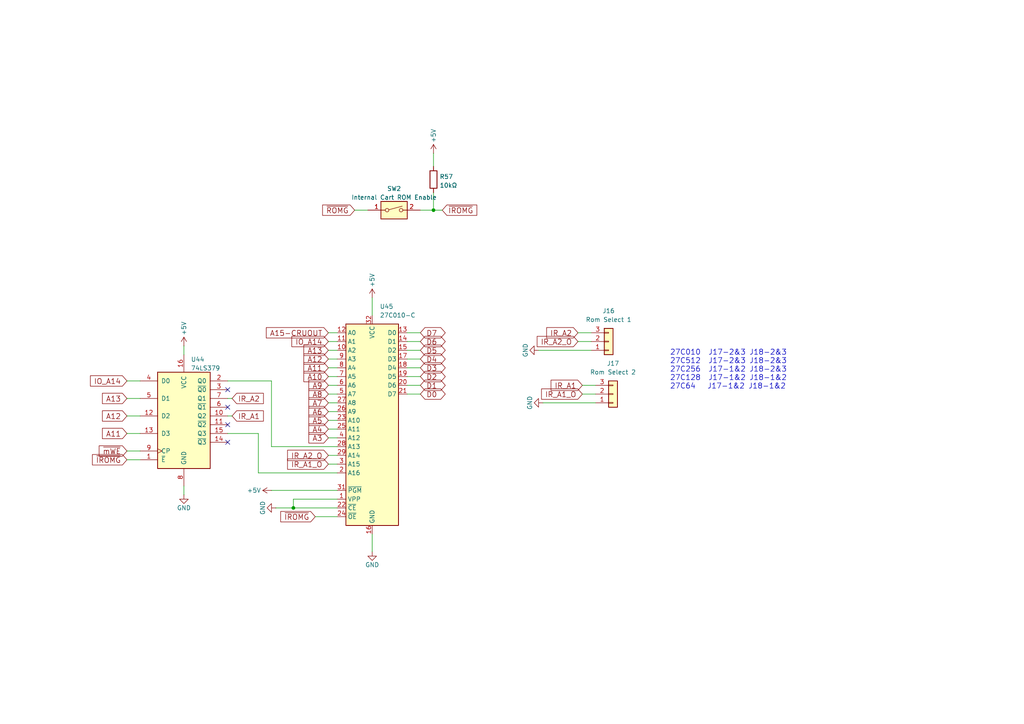
<source format=kicad_sch>
(kicad_sch
	(version 20231120)
	(generator "eeschema")
	(generator_version "8.0")
	(uuid "6a3bec41-bcb2-435b-a3b3-ee924bf66780")
	(paper "A4")
	(title_block
		(title "TI-99/22")
		(date "2023-01-21")
		(rev "0.96")
		(company "Dan Werner - https://github.com/danwerner21/ti99_22")
		(comment 1 "Schematic for Keyboard, Joystick and Cassette port.")
		(comment 3 "was based on the HackMac KiCAD Design")
		(comment 4 "Based Robert Krenicki's design which")
		(comment 5 "Original - https://github.com/rkrenicki/TI99-Motherboard")
	)
	(lib_symbols
		(symbol "74xx:74LS379"
			(pin_names
				(offset 1.016)
			)
			(exclude_from_sim no)
			(in_bom yes)
			(on_board yes)
			(property "Reference" "U"
				(at -7.62 13.97 0)
				(effects
					(font
						(size 1.27 1.27)
					)
				)
			)
			(property "Value" "74LS379"
				(at -7.62 -16.51 0)
				(effects
					(font
						(size 1.27 1.27)
					)
				)
			)
			(property "Footprint" ""
				(at 0 0 0)
				(effects
					(font
						(size 1.27 1.27)
					)
					(hide yes)
				)
			)
			(property "Datasheet" "http://www.ti.com/lit/gpn/sn74LS379"
				(at 0 0 0)
				(effects
					(font
						(size 1.27 1.27)
					)
					(hide yes)
				)
			)
			(property "Description" "4-bit Register"
				(at 0 0 0)
				(effects
					(font
						(size 1.27 1.27)
					)
					(hide yes)
				)
			)
			(property "ki_locked" ""
				(at 0 0 0)
				(effects
					(font
						(size 1.27 1.27)
					)
				)
			)
			(property "ki_keywords" "TTL REG DFF DFF4"
				(at 0 0 0)
				(effects
					(font
						(size 1.27 1.27)
					)
					(hide yes)
				)
			)
			(property "ki_fp_filters" "DIP?16*"
				(at 0 0 0)
				(effects
					(font
						(size 1.27 1.27)
					)
					(hide yes)
				)
			)
			(symbol "74LS379_1_0"
				(pin input line
					(at -12.7 -12.7 0)
					(length 5.08)
					(name "~{E}"
						(effects
							(font
								(size 1.27 1.27)
							)
						)
					)
					(number "1"
						(effects
							(font
								(size 1.27 1.27)
							)
						)
					)
				)
				(pin output line
					(at 12.7 0 180)
					(length 5.08)
					(name "Q2"
						(effects
							(font
								(size 1.27 1.27)
							)
						)
					)
					(number "10"
						(effects
							(font
								(size 1.27 1.27)
							)
						)
					)
				)
				(pin output line
					(at 12.7 -2.54 180)
					(length 5.08)
					(name "~{Q2}"
						(effects
							(font
								(size 1.27 1.27)
							)
						)
					)
					(number "11"
						(effects
							(font
								(size 1.27 1.27)
							)
						)
					)
				)
				(pin input line
					(at -12.7 0 0)
					(length 5.08)
					(name "D2"
						(effects
							(font
								(size 1.27 1.27)
							)
						)
					)
					(number "12"
						(effects
							(font
								(size 1.27 1.27)
							)
						)
					)
				)
				(pin input line
					(at -12.7 -5.08 0)
					(length 5.08)
					(name "D3"
						(effects
							(font
								(size 1.27 1.27)
							)
						)
					)
					(number "13"
						(effects
							(font
								(size 1.27 1.27)
							)
						)
					)
				)
				(pin output line
					(at 12.7 -7.62 180)
					(length 5.08)
					(name "~{Q3}"
						(effects
							(font
								(size 1.27 1.27)
							)
						)
					)
					(number "14"
						(effects
							(font
								(size 1.27 1.27)
							)
						)
					)
				)
				(pin output line
					(at 12.7 -5.08 180)
					(length 5.08)
					(name "Q3"
						(effects
							(font
								(size 1.27 1.27)
							)
						)
					)
					(number "15"
						(effects
							(font
								(size 1.27 1.27)
							)
						)
					)
				)
				(pin power_in line
					(at 0 17.78 270)
					(length 5.08)
					(name "VCC"
						(effects
							(font
								(size 1.27 1.27)
							)
						)
					)
					(number "16"
						(effects
							(font
								(size 1.27 1.27)
							)
						)
					)
				)
				(pin output line
					(at 12.7 10.16 180)
					(length 5.08)
					(name "Q0"
						(effects
							(font
								(size 1.27 1.27)
							)
						)
					)
					(number "2"
						(effects
							(font
								(size 1.27 1.27)
							)
						)
					)
				)
				(pin output line
					(at 12.7 7.62 180)
					(length 5.08)
					(name "~{Q0}"
						(effects
							(font
								(size 1.27 1.27)
							)
						)
					)
					(number "3"
						(effects
							(font
								(size 1.27 1.27)
							)
						)
					)
				)
				(pin input line
					(at -12.7 10.16 0)
					(length 5.08)
					(name "D0"
						(effects
							(font
								(size 1.27 1.27)
							)
						)
					)
					(number "4"
						(effects
							(font
								(size 1.27 1.27)
							)
						)
					)
				)
				(pin input line
					(at -12.7 5.08 0)
					(length 5.08)
					(name "D1"
						(effects
							(font
								(size 1.27 1.27)
							)
						)
					)
					(number "5"
						(effects
							(font
								(size 1.27 1.27)
							)
						)
					)
				)
				(pin output line
					(at 12.7 2.54 180)
					(length 5.08)
					(name "~{Q1}"
						(effects
							(font
								(size 1.27 1.27)
							)
						)
					)
					(number "6"
						(effects
							(font
								(size 1.27 1.27)
							)
						)
					)
				)
				(pin output line
					(at 12.7 5.08 180)
					(length 5.08)
					(name "Q1"
						(effects
							(font
								(size 1.27 1.27)
							)
						)
					)
					(number "7"
						(effects
							(font
								(size 1.27 1.27)
							)
						)
					)
				)
				(pin power_in line
					(at 0 -20.32 90)
					(length 5.08)
					(name "GND"
						(effects
							(font
								(size 1.27 1.27)
							)
						)
					)
					(number "8"
						(effects
							(font
								(size 1.27 1.27)
							)
						)
					)
				)
				(pin input clock
					(at -12.7 -10.16 0)
					(length 5.08)
					(name "CP"
						(effects
							(font
								(size 1.27 1.27)
							)
						)
					)
					(number "9"
						(effects
							(font
								(size 1.27 1.27)
							)
						)
					)
				)
			)
			(symbol "74LS379_1_1"
				(rectangle
					(start -7.62 12.7)
					(end 7.62 -15.24)
					(stroke
						(width 0.254)
						(type default)
					)
					(fill
						(type background)
					)
				)
			)
		)
		(symbol "Connector_Generic:Conn_01x03"
			(pin_names
				(offset 1.016) hide)
			(exclude_from_sim no)
			(in_bom yes)
			(on_board yes)
			(property "Reference" "J"
				(at 0 5.08 0)
				(effects
					(font
						(size 1.27 1.27)
					)
				)
			)
			(property "Value" "Conn_01x03"
				(at 0 -5.08 0)
				(effects
					(font
						(size 1.27 1.27)
					)
				)
			)
			(property "Footprint" ""
				(at 0 0 0)
				(effects
					(font
						(size 1.27 1.27)
					)
					(hide yes)
				)
			)
			(property "Datasheet" "~"
				(at 0 0 0)
				(effects
					(font
						(size 1.27 1.27)
					)
					(hide yes)
				)
			)
			(property "Description" "Generic connector, single row, 01x03, script generated (kicad-library-utils/schlib/autogen/connector/)"
				(at 0 0 0)
				(effects
					(font
						(size 1.27 1.27)
					)
					(hide yes)
				)
			)
			(property "ki_keywords" "connector"
				(at 0 0 0)
				(effects
					(font
						(size 1.27 1.27)
					)
					(hide yes)
				)
			)
			(property "ki_fp_filters" "Connector*:*_1x??_*"
				(at 0 0 0)
				(effects
					(font
						(size 1.27 1.27)
					)
					(hide yes)
				)
			)
			(symbol "Conn_01x03_1_1"
				(rectangle
					(start -1.27 -2.413)
					(end 0 -2.667)
					(stroke
						(width 0.1524)
						(type default)
					)
					(fill
						(type none)
					)
				)
				(rectangle
					(start -1.27 0.127)
					(end 0 -0.127)
					(stroke
						(width 0.1524)
						(type default)
					)
					(fill
						(type none)
					)
				)
				(rectangle
					(start -1.27 2.667)
					(end 0 2.413)
					(stroke
						(width 0.1524)
						(type default)
					)
					(fill
						(type none)
					)
				)
				(rectangle
					(start -1.27 3.81)
					(end 1.27 -3.81)
					(stroke
						(width 0.254)
						(type default)
					)
					(fill
						(type background)
					)
				)
				(pin passive line
					(at -5.08 2.54 0)
					(length 3.81)
					(name "Pin_1"
						(effects
							(font
								(size 1.27 1.27)
							)
						)
					)
					(number "1"
						(effects
							(font
								(size 1.27 1.27)
							)
						)
					)
				)
				(pin passive line
					(at -5.08 0 0)
					(length 3.81)
					(name "Pin_2"
						(effects
							(font
								(size 1.27 1.27)
							)
						)
					)
					(number "2"
						(effects
							(font
								(size 1.27 1.27)
							)
						)
					)
				)
				(pin passive line
					(at -5.08 -2.54 0)
					(length 3.81)
					(name "Pin_3"
						(effects
							(font
								(size 1.27 1.27)
							)
						)
					)
					(number "3"
						(effects
							(font
								(size 1.27 1.27)
							)
						)
					)
				)
			)
		)
		(symbol "Device:R"
			(pin_numbers hide)
			(pin_names
				(offset 0)
			)
			(exclude_from_sim no)
			(in_bom yes)
			(on_board yes)
			(property "Reference" "R"
				(at 2.032 0 90)
				(effects
					(font
						(size 1.27 1.27)
					)
				)
			)
			(property "Value" "R"
				(at 0 0 90)
				(effects
					(font
						(size 1.27 1.27)
					)
				)
			)
			(property "Footprint" ""
				(at -1.778 0 90)
				(effects
					(font
						(size 1.27 1.27)
					)
					(hide yes)
				)
			)
			(property "Datasheet" "~"
				(at 0 0 0)
				(effects
					(font
						(size 1.27 1.27)
					)
					(hide yes)
				)
			)
			(property "Description" "Resistor"
				(at 0 0 0)
				(effects
					(font
						(size 1.27 1.27)
					)
					(hide yes)
				)
			)
			(property "ki_keywords" "R res resistor"
				(at 0 0 0)
				(effects
					(font
						(size 1.27 1.27)
					)
					(hide yes)
				)
			)
			(property "ki_fp_filters" "R_*"
				(at 0 0 0)
				(effects
					(font
						(size 1.27 1.27)
					)
					(hide yes)
				)
			)
			(symbol "R_0_1"
				(rectangle
					(start -1.016 -2.54)
					(end 1.016 2.54)
					(stroke
						(width 0.254)
						(type default)
					)
					(fill
						(type none)
					)
				)
			)
			(symbol "R_1_1"
				(pin passive line
					(at 0 3.81 270)
					(length 1.27)
					(name "~"
						(effects
							(font
								(size 1.27 1.27)
							)
						)
					)
					(number "1"
						(effects
							(font
								(size 1.27 1.27)
							)
						)
					)
				)
				(pin passive line
					(at 0 -3.81 90)
					(length 1.27)
					(name "~"
						(effects
							(font
								(size 1.27 1.27)
							)
						)
					)
					(number "2"
						(effects
							(font
								(size 1.27 1.27)
							)
						)
					)
				)
			)
		)
		(symbol "Memory_EPROM:27C010"
			(exclude_from_sim no)
			(in_bom yes)
			(on_board yes)
			(property "Reference" "U"
				(at -7.62 29.21 0)
				(effects
					(font
						(size 1.27 1.27)
					)
				)
			)
			(property "Value" "27C010"
				(at 2.54 -31.75 0)
				(effects
					(font
						(size 1.27 1.27)
					)
					(justify left)
				)
			)
			(property "Footprint" ""
				(at 0 0 0)
				(effects
					(font
						(size 1.27 1.27)
					)
					(hide yes)
				)
			)
			(property "Datasheet" "http://ww1.microchip.com/downloads/en/DeviceDoc/doc0321.pdf"
				(at 0 0 0)
				(effects
					(font
						(size 1.27 1.27)
					)
					(hide yes)
				)
			)
			(property "Description" "OTP EPROM 1 MiBit (128 Ki x 8 Bit)"
				(at 0 0 0)
				(effects
					(font
						(size 1.27 1.27)
					)
					(hide yes)
				)
			)
			(property "ki_keywords" "OTP EPROM 1MiBit"
				(at 0 0 0)
				(effects
					(font
						(size 1.27 1.27)
					)
					(hide yes)
				)
			)
			(property "ki_fp_filters" "DIP*W15.24mm* PLCC*"
				(at 0 0 0)
				(effects
					(font
						(size 1.27 1.27)
					)
					(hide yes)
				)
			)
			(symbol "27C010_1_1"
				(rectangle
					(start -7.62 27.94)
					(end 7.62 -30.48)
					(stroke
						(width 0.254)
						(type default)
					)
					(fill
						(type background)
					)
				)
				(pin input line
					(at -10.16 -22.86 0)
					(length 2.54)
					(name "VPP"
						(effects
							(font
								(size 1.27 1.27)
							)
						)
					)
					(number "1"
						(effects
							(font
								(size 1.27 1.27)
							)
						)
					)
				)
				(pin input line
					(at -10.16 20.32 0)
					(length 2.54)
					(name "A2"
						(effects
							(font
								(size 1.27 1.27)
							)
						)
					)
					(number "10"
						(effects
							(font
								(size 1.27 1.27)
							)
						)
					)
				)
				(pin input line
					(at -10.16 22.86 0)
					(length 2.54)
					(name "A1"
						(effects
							(font
								(size 1.27 1.27)
							)
						)
					)
					(number "11"
						(effects
							(font
								(size 1.27 1.27)
							)
						)
					)
				)
				(pin input line
					(at -10.16 25.4 0)
					(length 2.54)
					(name "A0"
						(effects
							(font
								(size 1.27 1.27)
							)
						)
					)
					(number "12"
						(effects
							(font
								(size 1.27 1.27)
							)
						)
					)
				)
				(pin tri_state line
					(at 10.16 25.4 180)
					(length 2.54)
					(name "D0"
						(effects
							(font
								(size 1.27 1.27)
							)
						)
					)
					(number "13"
						(effects
							(font
								(size 1.27 1.27)
							)
						)
					)
				)
				(pin tri_state line
					(at 10.16 22.86 180)
					(length 2.54)
					(name "D1"
						(effects
							(font
								(size 1.27 1.27)
							)
						)
					)
					(number "14"
						(effects
							(font
								(size 1.27 1.27)
							)
						)
					)
				)
				(pin tri_state line
					(at 10.16 20.32 180)
					(length 2.54)
					(name "D2"
						(effects
							(font
								(size 1.27 1.27)
							)
						)
					)
					(number "15"
						(effects
							(font
								(size 1.27 1.27)
							)
						)
					)
				)
				(pin power_in line
					(at 0 -33.02 90)
					(length 2.54)
					(name "GND"
						(effects
							(font
								(size 1.27 1.27)
							)
						)
					)
					(number "16"
						(effects
							(font
								(size 1.27 1.27)
							)
						)
					)
				)
				(pin tri_state line
					(at 10.16 17.78 180)
					(length 2.54)
					(name "D3"
						(effects
							(font
								(size 1.27 1.27)
							)
						)
					)
					(number "17"
						(effects
							(font
								(size 1.27 1.27)
							)
						)
					)
				)
				(pin tri_state line
					(at 10.16 15.24 180)
					(length 2.54)
					(name "D4"
						(effects
							(font
								(size 1.27 1.27)
							)
						)
					)
					(number "18"
						(effects
							(font
								(size 1.27 1.27)
							)
						)
					)
				)
				(pin tri_state line
					(at 10.16 12.7 180)
					(length 2.54)
					(name "D5"
						(effects
							(font
								(size 1.27 1.27)
							)
						)
					)
					(number "19"
						(effects
							(font
								(size 1.27 1.27)
							)
						)
					)
				)
				(pin input line
					(at -10.16 -15.24 0)
					(length 2.54)
					(name "A16"
						(effects
							(font
								(size 1.27 1.27)
							)
						)
					)
					(number "2"
						(effects
							(font
								(size 1.27 1.27)
							)
						)
					)
				)
				(pin tri_state line
					(at 10.16 10.16 180)
					(length 2.54)
					(name "D6"
						(effects
							(font
								(size 1.27 1.27)
							)
						)
					)
					(number "20"
						(effects
							(font
								(size 1.27 1.27)
							)
						)
					)
				)
				(pin tri_state line
					(at 10.16 7.62 180)
					(length 2.54)
					(name "D7"
						(effects
							(font
								(size 1.27 1.27)
							)
						)
					)
					(number "21"
						(effects
							(font
								(size 1.27 1.27)
							)
						)
					)
				)
				(pin input line
					(at -10.16 -25.4 0)
					(length 2.54)
					(name "~{CE}"
						(effects
							(font
								(size 1.27 1.27)
							)
						)
					)
					(number "22"
						(effects
							(font
								(size 1.27 1.27)
							)
						)
					)
				)
				(pin input line
					(at -10.16 0 0)
					(length 2.54)
					(name "A10"
						(effects
							(font
								(size 1.27 1.27)
							)
						)
					)
					(number "23"
						(effects
							(font
								(size 1.27 1.27)
							)
						)
					)
				)
				(pin input line
					(at -10.16 -27.94 0)
					(length 2.54)
					(name "~{OE}"
						(effects
							(font
								(size 1.27 1.27)
							)
						)
					)
					(number "24"
						(effects
							(font
								(size 1.27 1.27)
							)
						)
					)
				)
				(pin input line
					(at -10.16 -2.54 0)
					(length 2.54)
					(name "A11"
						(effects
							(font
								(size 1.27 1.27)
							)
						)
					)
					(number "25"
						(effects
							(font
								(size 1.27 1.27)
							)
						)
					)
				)
				(pin input line
					(at -10.16 2.54 0)
					(length 2.54)
					(name "A9"
						(effects
							(font
								(size 1.27 1.27)
							)
						)
					)
					(number "26"
						(effects
							(font
								(size 1.27 1.27)
							)
						)
					)
				)
				(pin input line
					(at -10.16 5.08 0)
					(length 2.54)
					(name "A8"
						(effects
							(font
								(size 1.27 1.27)
							)
						)
					)
					(number "27"
						(effects
							(font
								(size 1.27 1.27)
							)
						)
					)
				)
				(pin input line
					(at -10.16 -7.62 0)
					(length 2.54)
					(name "A13"
						(effects
							(font
								(size 1.27 1.27)
							)
						)
					)
					(number "28"
						(effects
							(font
								(size 1.27 1.27)
							)
						)
					)
				)
				(pin input line
					(at -10.16 -10.16 0)
					(length 2.54)
					(name "A14"
						(effects
							(font
								(size 1.27 1.27)
							)
						)
					)
					(number "29"
						(effects
							(font
								(size 1.27 1.27)
							)
						)
					)
				)
				(pin input line
					(at -10.16 -12.7 0)
					(length 2.54)
					(name "A15"
						(effects
							(font
								(size 1.27 1.27)
							)
						)
					)
					(number "3"
						(effects
							(font
								(size 1.27 1.27)
							)
						)
					)
				)
				(pin input line
					(at -10.16 -20.32 0)
					(length 2.54)
					(name "~{PGM}"
						(effects
							(font
								(size 1.27 1.27)
							)
						)
					)
					(number "31"
						(effects
							(font
								(size 1.27 1.27)
							)
						)
					)
				)
				(pin power_in line
					(at 0 30.48 270)
					(length 2.54)
					(name "VCC"
						(effects
							(font
								(size 1.27 1.27)
							)
						)
					)
					(number "32"
						(effects
							(font
								(size 1.27 1.27)
							)
						)
					)
				)
				(pin input line
					(at -10.16 -5.08 0)
					(length 2.54)
					(name "A12"
						(effects
							(font
								(size 1.27 1.27)
							)
						)
					)
					(number "4"
						(effects
							(font
								(size 1.27 1.27)
							)
						)
					)
				)
				(pin input line
					(at -10.16 7.62 0)
					(length 2.54)
					(name "A7"
						(effects
							(font
								(size 1.27 1.27)
							)
						)
					)
					(number "5"
						(effects
							(font
								(size 1.27 1.27)
							)
						)
					)
				)
				(pin input line
					(at -10.16 10.16 0)
					(length 2.54)
					(name "A6"
						(effects
							(font
								(size 1.27 1.27)
							)
						)
					)
					(number "6"
						(effects
							(font
								(size 1.27 1.27)
							)
						)
					)
				)
				(pin input line
					(at -10.16 12.7 0)
					(length 2.54)
					(name "A5"
						(effects
							(font
								(size 1.27 1.27)
							)
						)
					)
					(number "7"
						(effects
							(font
								(size 1.27 1.27)
							)
						)
					)
				)
				(pin input line
					(at -10.16 15.24 0)
					(length 2.54)
					(name "A4"
						(effects
							(font
								(size 1.27 1.27)
							)
						)
					)
					(number "8"
						(effects
							(font
								(size 1.27 1.27)
							)
						)
					)
				)
				(pin input line
					(at -10.16 17.78 0)
					(length 2.54)
					(name "A3"
						(effects
							(font
								(size 1.27 1.27)
							)
						)
					)
					(number "9"
						(effects
							(font
								(size 1.27 1.27)
							)
						)
					)
				)
			)
		)
		(symbol "Switch:SW_DIP_x01"
			(pin_names
				(offset 0) hide)
			(exclude_from_sim no)
			(in_bom yes)
			(on_board yes)
			(property "Reference" "SW"
				(at 0 3.81 0)
				(effects
					(font
						(size 1.27 1.27)
					)
				)
			)
			(property "Value" "SW_DIP_x01"
				(at 0 -3.81 0)
				(effects
					(font
						(size 1.27 1.27)
					)
				)
			)
			(property "Footprint" ""
				(at 0 0 0)
				(effects
					(font
						(size 1.27 1.27)
					)
					(hide yes)
				)
			)
			(property "Datasheet" "~"
				(at 0 0 0)
				(effects
					(font
						(size 1.27 1.27)
					)
					(hide yes)
				)
			)
			(property "Description" "1x DIP Switch, Single Pole Single Throw (SPST) switch, small symbol"
				(at 0 0 0)
				(effects
					(font
						(size 1.27 1.27)
					)
					(hide yes)
				)
			)
			(property "ki_keywords" "dip switch"
				(at 0 0 0)
				(effects
					(font
						(size 1.27 1.27)
					)
					(hide yes)
				)
			)
			(property "ki_fp_filters" "SW?DIP?x1*"
				(at 0 0 0)
				(effects
					(font
						(size 1.27 1.27)
					)
					(hide yes)
				)
			)
			(symbol "SW_DIP_x01_0_0"
				(circle
					(center -2.032 0)
					(radius 0.508)
					(stroke
						(width 0)
						(type default)
					)
					(fill
						(type none)
					)
				)
				(polyline
					(pts
						(xy -1.524 0.127) (xy 2.3622 1.1684)
					)
					(stroke
						(width 0)
						(type default)
					)
					(fill
						(type none)
					)
				)
				(circle
					(center 2.032 0)
					(radius 0.508)
					(stroke
						(width 0)
						(type default)
					)
					(fill
						(type none)
					)
				)
			)
			(symbol "SW_DIP_x01_0_1"
				(rectangle
					(start -3.81 2.54)
					(end 3.81 -2.54)
					(stroke
						(width 0.254)
						(type default)
					)
					(fill
						(type background)
					)
				)
			)
			(symbol "SW_DIP_x01_1_1"
				(pin passive line
					(at -7.62 0 0)
					(length 5.08)
					(name "~"
						(effects
							(font
								(size 1.27 1.27)
							)
						)
					)
					(number "1"
						(effects
							(font
								(size 1.27 1.27)
							)
						)
					)
				)
				(pin passive line
					(at 7.62 0 180)
					(length 5.08)
					(name "~"
						(effects
							(font
								(size 1.27 1.27)
							)
						)
					)
					(number "2"
						(effects
							(font
								(size 1.27 1.27)
							)
						)
					)
				)
			)
		)
		(symbol "power:+5V"
			(power)
			(pin_numbers hide)
			(pin_names
				(offset 0) hide)
			(exclude_from_sim no)
			(in_bom yes)
			(on_board yes)
			(property "Reference" "#PWR"
				(at 0 -3.81 0)
				(effects
					(font
						(size 1.27 1.27)
					)
					(hide yes)
				)
			)
			(property "Value" "+5V"
				(at 0 3.556 0)
				(effects
					(font
						(size 1.27 1.27)
					)
				)
			)
			(property "Footprint" ""
				(at 0 0 0)
				(effects
					(font
						(size 1.27 1.27)
					)
					(hide yes)
				)
			)
			(property "Datasheet" ""
				(at 0 0 0)
				(effects
					(font
						(size 1.27 1.27)
					)
					(hide yes)
				)
			)
			(property "Description" "Power symbol creates a global label with name \"+5V\""
				(at 0 0 0)
				(effects
					(font
						(size 1.27 1.27)
					)
					(hide yes)
				)
			)
			(property "ki_keywords" "global power"
				(at 0 0 0)
				(effects
					(font
						(size 1.27 1.27)
					)
					(hide yes)
				)
			)
			(symbol "+5V_0_1"
				(polyline
					(pts
						(xy -0.762 1.27) (xy 0 2.54)
					)
					(stroke
						(width 0)
						(type default)
					)
					(fill
						(type none)
					)
				)
				(polyline
					(pts
						(xy 0 0) (xy 0 2.54)
					)
					(stroke
						(width 0)
						(type default)
					)
					(fill
						(type none)
					)
				)
				(polyline
					(pts
						(xy 0 2.54) (xy 0.762 1.27)
					)
					(stroke
						(width 0)
						(type default)
					)
					(fill
						(type none)
					)
				)
			)
			(symbol "+5V_1_1"
				(pin power_in line
					(at 0 0 90)
					(length 0)
					(name "~"
						(effects
							(font
								(size 1.27 1.27)
							)
						)
					)
					(number "1"
						(effects
							(font
								(size 1.27 1.27)
							)
						)
					)
				)
			)
		)
		(symbol "power:GND"
			(power)
			(pin_numbers hide)
			(pin_names
				(offset 0) hide)
			(exclude_from_sim no)
			(in_bom yes)
			(on_board yes)
			(property "Reference" "#PWR"
				(at 0 -6.35 0)
				(effects
					(font
						(size 1.27 1.27)
					)
					(hide yes)
				)
			)
			(property "Value" "GND"
				(at 0 -3.81 0)
				(effects
					(font
						(size 1.27 1.27)
					)
				)
			)
			(property "Footprint" ""
				(at 0 0 0)
				(effects
					(font
						(size 1.27 1.27)
					)
					(hide yes)
				)
			)
			(property "Datasheet" ""
				(at 0 0 0)
				(effects
					(font
						(size 1.27 1.27)
					)
					(hide yes)
				)
			)
			(property "Description" "Power symbol creates a global label with name \"GND\" , ground"
				(at 0 0 0)
				(effects
					(font
						(size 1.27 1.27)
					)
					(hide yes)
				)
			)
			(property "ki_keywords" "global power"
				(at 0 0 0)
				(effects
					(font
						(size 1.27 1.27)
					)
					(hide yes)
				)
			)
			(symbol "GND_0_1"
				(polyline
					(pts
						(xy 0 0) (xy 0 -1.27) (xy 1.27 -1.27) (xy 0 -2.54) (xy -1.27 -1.27) (xy 0 -1.27)
					)
					(stroke
						(width 0)
						(type default)
					)
					(fill
						(type none)
					)
				)
			)
			(symbol "GND_1_1"
				(pin power_in line
					(at 0 0 270)
					(length 0)
					(name "~"
						(effects
							(font
								(size 1.27 1.27)
							)
						)
					)
					(number "1"
						(effects
							(font
								(size 1.27 1.27)
							)
						)
					)
				)
			)
		)
	)
	(junction
		(at 85.09 147.32)
		(diameter 0)
		(color 0 0 0 0)
		(uuid "37838aca-029e-4ce3-b7e9-f26f9b674974")
	)
	(junction
		(at 125.73 60.96)
		(diameter 0)
		(color 0 0 0 0)
		(uuid "eafb6fd7-a952-4276-afdd-9b5b95934335")
	)
	(no_connect
		(at 66.04 128.27)
		(uuid "fd905b34-56c2-4f74-b07b-6f1b6c6a00d7")
	)
	(no_connect
		(at 66.04 123.19)
		(uuid "fd905b34-56c2-4f74-b07b-6f1b6c6a00d8")
	)
	(no_connect
		(at 66.04 113.03)
		(uuid "fd905b34-56c2-4f74-b07b-6f1b6c6a00d9")
	)
	(no_connect
		(at 66.04 118.11)
		(uuid "fd905b34-56c2-4f74-b07b-6f1b6c6a00da")
	)
	(wire
		(pts
			(xy 78.74 110.49) (xy 66.04 110.49)
		)
		(stroke
			(width 0)
			(type default)
		)
		(uuid "01c04008-95cf-49ab-8dfe-e53ea69acb30")
	)
	(wire
		(pts
			(xy 125.73 55.88) (xy 125.73 60.96)
		)
		(stroke
			(width 0)
			(type default)
		)
		(uuid "1257e99e-82cb-42e2-a67c-a3c8582f62a5")
	)
	(wire
		(pts
			(xy 97.79 129.54) (xy 78.74 129.54)
		)
		(stroke
			(width 0)
			(type default)
		)
		(uuid "131da88c-b8a9-439f-8372-d1cf002b9d55")
	)
	(wire
		(pts
			(xy 95.25 119.38) (xy 97.79 119.38)
		)
		(stroke
			(width 0)
			(type default)
		)
		(uuid "13999bc3-ff6a-45e5-b248-2031da50a4b9")
	)
	(wire
		(pts
			(xy 74.93 137.16) (xy 97.79 137.16)
		)
		(stroke
			(width 0)
			(type default)
		)
		(uuid "1635bb0c-6656-49e1-b793-a8bf9f18944c")
	)
	(wire
		(pts
			(xy 95.25 109.22) (xy 97.79 109.22)
		)
		(stroke
			(width 0)
			(type default)
		)
		(uuid "1ba23507-c219-4adf-9e14-3448f998f1cc")
	)
	(wire
		(pts
			(xy 102.87 60.96) (xy 106.68 60.96)
		)
		(stroke
			(width 0)
			(type default)
		)
		(uuid "27f5aeb3-6812-4bce-a6f8-0bfcad5fbd20")
	)
	(wire
		(pts
			(xy 53.34 140.97) (xy 53.34 143.51)
		)
		(stroke
			(width 0)
			(type default)
		)
		(uuid "2bc494b2-b371-4aac-b268-49b6c0bbe5ba")
	)
	(wire
		(pts
			(xy 36.83 125.73) (xy 40.64 125.73)
		)
		(stroke
			(width 0)
			(type default)
		)
		(uuid "2f9c1572-92f0-4ed3-86f0-a4adabdd8cdb")
	)
	(wire
		(pts
			(xy 36.83 120.65) (xy 40.64 120.65)
		)
		(stroke
			(width 0)
			(type default)
		)
		(uuid "303c8ea9-5cc1-4713-9551-9d03cb80c2f7")
	)
	(wire
		(pts
			(xy 66.04 120.65) (xy 67.31 120.65)
		)
		(stroke
			(width 0)
			(type default)
		)
		(uuid "401f5b79-02fd-440e-86cc-a3d919550cec")
	)
	(wire
		(pts
			(xy 95.25 132.08) (xy 97.79 132.08)
		)
		(stroke
			(width 0)
			(type default)
		)
		(uuid "40b7251b-1325-4b69-ada0-745b64aaafa3")
	)
	(wire
		(pts
			(xy 168.91 114.3) (xy 172.72 114.3)
		)
		(stroke
			(width 0)
			(type default)
		)
		(uuid "44bc5f35-2490-4b2d-ac37-07c838da8a9c")
	)
	(wire
		(pts
			(xy 95.25 96.52) (xy 97.79 96.52)
		)
		(stroke
			(width 0)
			(type default)
		)
		(uuid "5821c6f8-e366-4afa-babc-a0aaa8c35e4f")
	)
	(wire
		(pts
			(xy 125.73 44.45) (xy 125.73 48.26)
		)
		(stroke
			(width 0)
			(type default)
		)
		(uuid "5abc9bdd-d58f-4e99-875c-00b0a40d75c5")
	)
	(wire
		(pts
			(xy 118.11 101.6) (xy 121.92 101.6)
		)
		(stroke
			(width 0)
			(type default)
		)
		(uuid "5e0f3dc4-52ab-43bf-8c82-ce6ada863e08")
	)
	(wire
		(pts
			(xy 95.25 121.92) (xy 97.79 121.92)
		)
		(stroke
			(width 0)
			(type default)
		)
		(uuid "6f6ae847-d87d-4590-a585-d18f3c39d79f")
	)
	(wire
		(pts
			(xy 95.25 134.62) (xy 97.79 134.62)
		)
		(stroke
			(width 0)
			(type default)
		)
		(uuid "70ad9d71-850c-4c8c-b98f-19daa38ef00b")
	)
	(wire
		(pts
			(xy 95.25 116.84) (xy 97.79 116.84)
		)
		(stroke
			(width 0)
			(type default)
		)
		(uuid "75e6c027-701d-4448-9dda-7eb5c10811fe")
	)
	(wire
		(pts
			(xy 85.09 144.78) (xy 85.09 147.32)
		)
		(stroke
			(width 0)
			(type default)
		)
		(uuid "780c1eaa-a9cb-4bb6-8669-3d1bcdb05fea")
	)
	(wire
		(pts
			(xy 118.11 109.22) (xy 121.92 109.22)
		)
		(stroke
			(width 0)
			(type default)
		)
		(uuid "7ac7a595-f145-48a7-a9a5-a041d007623d")
	)
	(wire
		(pts
			(xy 107.95 154.94) (xy 107.95 160.02)
		)
		(stroke
			(width 0)
			(type default)
		)
		(uuid "7e343ec4-1687-4543-8c12-ced9ee69bcac")
	)
	(wire
		(pts
			(xy 167.64 96.52) (xy 171.45 96.52)
		)
		(stroke
			(width 0)
			(type default)
		)
		(uuid "81851532-5f9e-4ff6-92d4-4e06008f1870")
	)
	(wire
		(pts
			(xy 107.95 86.36) (xy 107.95 91.44)
		)
		(stroke
			(width 0)
			(type default)
		)
		(uuid "8798899a-f86f-4b14-b542-cd7df0c57af3")
	)
	(wire
		(pts
			(xy 95.25 114.3) (xy 97.79 114.3)
		)
		(stroke
			(width 0)
			(type default)
		)
		(uuid "88d43345-237d-4f9d-b493-170c8baf1bfc")
	)
	(wire
		(pts
			(xy 36.83 130.81) (xy 40.64 130.81)
		)
		(stroke
			(width 0)
			(type default)
		)
		(uuid "8af6b684-d32b-484b-a4d3-6a742b3e6a9f")
	)
	(wire
		(pts
			(xy 118.11 104.14) (xy 121.92 104.14)
		)
		(stroke
			(width 0)
			(type default)
		)
		(uuid "8dfbbe79-fda4-4369-818c-317fcde4778c")
	)
	(wire
		(pts
			(xy 91.44 149.86) (xy 97.79 149.86)
		)
		(stroke
			(width 0)
			(type default)
		)
		(uuid "9075270f-9b19-4b3c-8022-6462aef1ef02")
	)
	(wire
		(pts
			(xy 78.74 129.54) (xy 78.74 110.49)
		)
		(stroke
			(width 0)
			(type default)
		)
		(uuid "9479201a-da91-4662-b365-27a5105d0906")
	)
	(wire
		(pts
			(xy 74.93 125.73) (xy 74.93 137.16)
		)
		(stroke
			(width 0)
			(type default)
		)
		(uuid "95ae8e89-cd55-467d-8f24-cec6437b9fbb")
	)
	(wire
		(pts
			(xy 121.92 60.96) (xy 125.73 60.96)
		)
		(stroke
			(width 0)
			(type default)
		)
		(uuid "9858701c-beb1-499e-9e4f-1c71a78ef606")
	)
	(wire
		(pts
			(xy 157.48 116.84) (xy 172.72 116.84)
		)
		(stroke
			(width 0)
			(type default)
		)
		(uuid "9bbda819-c3d0-481d-9faa-6104bcf631eb")
	)
	(wire
		(pts
			(xy 95.25 104.14) (xy 97.79 104.14)
		)
		(stroke
			(width 0)
			(type default)
		)
		(uuid "9f0336a1-f986-43ec-8fa0-f0fa1f59ac7f")
	)
	(wire
		(pts
			(xy 95.25 111.76) (xy 97.79 111.76)
		)
		(stroke
			(width 0)
			(type default)
		)
		(uuid "a090b987-56ce-4a6f-a102-d58743294e57")
	)
	(wire
		(pts
			(xy 95.25 106.68) (xy 97.79 106.68)
		)
		(stroke
			(width 0)
			(type default)
		)
		(uuid "a623ca01-7f54-47bf-9367-cc119ac67ee0")
	)
	(wire
		(pts
			(xy 118.11 96.52) (xy 121.92 96.52)
		)
		(stroke
			(width 0)
			(type default)
		)
		(uuid "a7c163c3-4477-45cf-91b6-b1b64f53566c")
	)
	(wire
		(pts
			(xy 118.11 99.06) (xy 121.92 99.06)
		)
		(stroke
			(width 0)
			(type default)
		)
		(uuid "a9280181-6d5b-4d93-8a62-8f8440323db1")
	)
	(wire
		(pts
			(xy 118.11 111.76) (xy 121.92 111.76)
		)
		(stroke
			(width 0)
			(type default)
		)
		(uuid "ab3f3973-25aa-4efa-9ed5-b7b7a36fb1cc")
	)
	(wire
		(pts
			(xy 78.74 142.24) (xy 97.79 142.24)
		)
		(stroke
			(width 0)
			(type default)
		)
		(uuid "ad12bc97-4a19-4e7a-b763-4ac19872f8d1")
	)
	(wire
		(pts
			(xy 66.04 125.73) (xy 74.93 125.73)
		)
		(stroke
			(width 0)
			(type default)
		)
		(uuid "b4882615-5f13-45f6-898d-006618d61166")
	)
	(wire
		(pts
			(xy 36.83 133.35) (xy 40.64 133.35)
		)
		(stroke
			(width 0)
			(type default)
		)
		(uuid "b70c8364-f22e-40e1-9e06-6e5f07617e9d")
	)
	(wire
		(pts
			(xy 95.25 101.6) (xy 97.79 101.6)
		)
		(stroke
			(width 0)
			(type default)
		)
		(uuid "baf83682-cf2b-45d5-83f9-ffbaf0b6a2fa")
	)
	(wire
		(pts
			(xy 66.04 115.57) (xy 67.31 115.57)
		)
		(stroke
			(width 0)
			(type default)
		)
		(uuid "bd0756ac-ee7d-408d-a47f-7c51b3deab0a")
	)
	(wire
		(pts
			(xy 118.11 106.68) (xy 121.92 106.68)
		)
		(stroke
			(width 0)
			(type default)
		)
		(uuid "bdbd7e4f-8252-4755-a484-0a44fb95bb16")
	)
	(wire
		(pts
			(xy 95.25 99.06) (xy 97.79 99.06)
		)
		(stroke
			(width 0)
			(type default)
		)
		(uuid "c17f5b1f-fefd-415e-9583-59f7d6ecfbf6")
	)
	(wire
		(pts
			(xy 36.83 110.49) (xy 40.64 110.49)
		)
		(stroke
			(width 0)
			(type default)
		)
		(uuid "c1f9ee27-385c-490d-aabf-af9047b594be")
	)
	(wire
		(pts
			(xy 80.01 147.32) (xy 85.09 147.32)
		)
		(stroke
			(width 0)
			(type default)
		)
		(uuid "c7972788-4741-4676-a6b3-4274e456a13d")
	)
	(wire
		(pts
			(xy 97.79 144.78) (xy 85.09 144.78)
		)
		(stroke
			(width 0)
			(type default)
		)
		(uuid "c9b6ed5b-0de0-4d00-87e3-2e6b93b56ef2")
	)
	(wire
		(pts
			(xy 85.09 147.32) (xy 97.79 147.32)
		)
		(stroke
			(width 0)
			(type default)
		)
		(uuid "caf3dae0-5b1d-46c5-aef2-7985ac3a8a80")
	)
	(wire
		(pts
			(xy 125.73 60.96) (xy 128.27 60.96)
		)
		(stroke
			(width 0)
			(type default)
		)
		(uuid "cc96443f-4471-4a52-816d-c64c8d988c04")
	)
	(wire
		(pts
			(xy 167.64 99.06) (xy 171.45 99.06)
		)
		(stroke
			(width 0)
			(type default)
		)
		(uuid "ce44f0d8-5017-44a7-b735-eaf6bb0a3767")
	)
	(wire
		(pts
			(xy 118.11 114.3) (xy 121.92 114.3)
		)
		(stroke
			(width 0)
			(type default)
		)
		(uuid "d20abba9-16e2-4ebb-9b8b-a92a4860f9e9")
	)
	(wire
		(pts
			(xy 156.21 101.6) (xy 171.45 101.6)
		)
		(stroke
			(width 0)
			(type default)
		)
		(uuid "d9819f67-aed7-4251-9f69-9465345a7c6b")
	)
	(wire
		(pts
			(xy 36.83 115.57) (xy 40.64 115.57)
		)
		(stroke
			(width 0)
			(type default)
		)
		(uuid "db3dfbd6-1536-404b-a0d5-c03dfa20d7d4")
	)
	(wire
		(pts
			(xy 53.34 100.33) (xy 53.34 102.87)
		)
		(stroke
			(width 0)
			(type default)
		)
		(uuid "dd4b16a0-2a02-4185-b307-4729504e39fc")
	)
	(wire
		(pts
			(xy 95.25 127) (xy 97.79 127)
		)
		(stroke
			(width 0)
			(type default)
		)
		(uuid "e2adf03b-9d8f-4b9b-bfb6-9131d060a56e")
	)
	(wire
		(pts
			(xy 95.25 124.46) (xy 97.79 124.46)
		)
		(stroke
			(width 0)
			(type default)
		)
		(uuid "ed1e643b-1acc-4f62-a579-166af895a0da")
	)
	(wire
		(pts
			(xy 168.91 111.76) (xy 172.72 111.76)
		)
		(stroke
			(width 0)
			(type default)
		)
		(uuid "f2a08605-4a0d-476c-8eef-1c7cf2306111")
	)
	(text "27C010  J17-2&3 J18-2&3\n27C512  J17-2&3 J18-2&3\n27C256  J17-1&2 J18-2&3\n27C128  J17-1&2 J18-1&2\n27C64   J17-1&2 J18-1&2\n"
		(exclude_from_sim no)
		(at 194.31 113.03 0)
		(effects
			(font
				(size 1.524 1.524)
			)
			(justify left bottom)
		)
		(uuid "fe626795-df00-4454-bbe1-ac6f0ef0944d")
	)
	(global_label "D1"
		(shape bidirectional)
		(at 121.92 111.76 0)
		(fields_autoplaced yes)
		(effects
			(font
				(size 1.524 1.524)
			)
			(justify left)
		)
		(uuid "01dc47bc-ecb6-4a6d-95ef-3b20117f1beb")
		(property "Intersheetrefs" "${INTERSHEET_REFS}"
			(at 240.03 251.46 0)
			(effects
				(font
					(size 1.27 1.27)
				)
				(hide yes)
			)
		)
	)
	(global_label "A8"
		(shape input)
		(at 95.25 114.3 180)
		(fields_autoplaced yes)
		(effects
			(font
				(size 1.524 1.524)
			)
			(justify right)
		)
		(uuid "0b43d4bf-d593-4c84-8191-a6ea248eda1a")
		(property "Intersheetrefs" "${INTERSHEET_REFS}"
			(at 226.06 259.08 0)
			(effects
				(font
					(size 1.27 1.27)
				)
				(hide yes)
			)
		)
	)
	(global_label "D6"
		(shape bidirectional)
		(at 121.92 99.06 0)
		(fields_autoplaced yes)
		(effects
			(font
				(size 1.524 1.524)
			)
			(justify left)
		)
		(uuid "0f77438d-8b72-4350-b1ea-24923b50885f")
		(property "Intersheetrefs" "${INTERSHEET_REFS}"
			(at 240.03 226.06 0)
			(effects
				(font
					(size 1.27 1.27)
				)
				(hide yes)
			)
		)
	)
	(global_label "IR_A2_O"
		(shape input)
		(at 95.25 132.08 180)
		(fields_autoplaced yes)
		(effects
			(font
				(size 1.524 1.524)
			)
			(justify right)
		)
		(uuid "13849440-0cf9-4df6-8830-97cdbce2e2a4")
		(property "Intersheetrefs" "${INTERSHEET_REFS}"
			(at 83.5348 131.9848 0)
			(effects
				(font
					(size 1.524 1.524)
				)
				(justify right)
				(hide yes)
			)
		)
	)
	(global_label "~{IROMG}"
		(shape input)
		(at 36.83 133.35 180)
		(fields_autoplaced yes)
		(effects
			(font
				(size 1.524 1.524)
			)
			(justify right)
		)
		(uuid "161d3450-cd98-4fc2-bb0e-1dccb72beba5")
		(property "Intersheetrefs" "${INTERSHEET_REFS}"
			(at 26.9291 133.4452 0)
			(effects
				(font
					(size 1.524 1.524)
				)
				(justify right)
				(hide yes)
			)
		)
	)
	(global_label "A12"
		(shape input)
		(at 95.25 104.14 180)
		(fields_autoplaced yes)
		(effects
			(font
				(size 1.524 1.524)
			)
			(justify right)
		)
		(uuid "25ba403b-d9ec-423a-832d-718893bc37cb")
		(property "Intersheetrefs" "${INTERSHEET_REFS}"
			(at 226.06 238.76 0)
			(effects
				(font
					(size 1.27 1.27)
				)
				(hide yes)
			)
		)
	)
	(global_label "~{IROMG}"
		(shape input)
		(at 91.44 149.86 180)
		(fields_autoplaced yes)
		(effects
			(font
				(size 1.524 1.524)
			)
			(justify right)
		)
		(uuid "3c46100c-840e-49fc-b4cf-f14a6f071318")
		(property "Intersheetrefs" "${INTERSHEET_REFS}"
			(at 81.5391 149.9552 0)
			(effects
				(font
					(size 1.524 1.524)
				)
				(justify right)
				(hide yes)
			)
		)
	)
	(global_label "D5"
		(shape bidirectional)
		(at 121.92 101.6 0)
		(fields_autoplaced yes)
		(effects
			(font
				(size 1.524 1.524)
			)
			(justify left)
		)
		(uuid "49f394d8-f938-4c50-a7dc-97ba442a8bee")
		(property "Intersheetrefs" "${INTERSHEET_REFS}"
			(at 240.03 231.14 0)
			(effects
				(font
					(size 1.27 1.27)
				)
				(hide yes)
			)
		)
	)
	(global_label "A10"
		(shape input)
		(at 95.25 109.22 180)
		(fields_autoplaced yes)
		(effects
			(font
				(size 1.524 1.524)
			)
			(justify right)
		)
		(uuid "4dba3992-aa66-4967-ab26-76510debf629")
		(property "Intersheetrefs" "${INTERSHEET_REFS}"
			(at 226.06 248.92 0)
			(effects
				(font
					(size 1.27 1.27)
				)
				(hide yes)
			)
		)
	)
	(global_label "~{IROMG}"
		(shape input)
		(at 128.27 60.96 0)
		(fields_autoplaced yes)
		(effects
			(font
				(size 1.524 1.524)
			)
			(justify left)
		)
		(uuid "4e0a2a3c-aac3-4115-bf2b-c5a86c997c1d")
		(property "Intersheetrefs" "${INTERSHEET_REFS}"
			(at 138.1709 60.8648 0)
			(effects
				(font
					(size 1.524 1.524)
				)
				(justify left)
				(hide yes)
			)
		)
	)
	(global_label "~{mWE}"
		(shape input)
		(at 36.83 130.81 180)
		(fields_autoplaced yes)
		(effects
			(font
				(size 1.524 1.524)
			)
			(justify right)
		)
		(uuid "533c7923-6d57-4e32-8510-fed79fb11dda")
		(property "Intersheetrefs" "${INTERSHEET_REFS}"
			(at 5.08 20.32 0)
			(effects
				(font
					(size 1.27 1.27)
				)
				(hide yes)
			)
		)
	)
	(global_label "A13"
		(shape input)
		(at 36.83 115.57 180)
		(fields_autoplaced yes)
		(effects
			(font
				(size 1.524 1.524)
			)
			(justify right)
		)
		(uuid "5b8c4317-b97d-4d3c-817c-9d213c7c8fef")
		(property "Intersheetrefs" "${INTERSHEET_REFS}"
			(at 167.64 247.65 0)
			(effects
				(font
					(size 1.27 1.27)
				)
				(hide yes)
			)
		)
	)
	(global_label "IR_A2_O"
		(shape input)
		(at 167.64 99.06 180)
		(fields_autoplaced yes)
		(effects
			(font
				(size 1.524 1.524)
			)
			(justify right)
		)
		(uuid "605cfcb2-42a8-4653-80eb-49fe7b55a0f3")
		(property "Intersheetrefs" "${INTERSHEET_REFS}"
			(at 155.9248 98.9648 0)
			(effects
				(font
					(size 1.524 1.524)
				)
				(justify right)
				(hide yes)
			)
		)
	)
	(global_label "IR_A2"
		(shape input)
		(at 67.31 115.57 0)
		(fields_autoplaced yes)
		(effects
			(font
				(size 1.524 1.524)
			)
			(justify left)
		)
		(uuid "6280f5ae-ee78-4c9d-9a3d-87b51eff03b4")
		(property "Intersheetrefs" "${INTERSHEET_REFS}"
			(at 76.2675 115.4748 0)
			(effects
				(font
					(size 1.524 1.524)
				)
				(justify left)
				(hide yes)
			)
		)
	)
	(global_label "~{ROMG}"
		(shape input)
		(at 102.87 60.96 180)
		(fields_autoplaced yes)
		(effects
			(font
				(size 1.524 1.524)
			)
			(justify right)
		)
		(uuid "6bf952da-f92c-43d1-b8d1-3cf35f3427c7")
		(property "Intersheetrefs" "${INTERSHEET_REFS}"
			(at 238.76 223.52 0)
			(effects
				(font
					(size 1.27 1.27)
				)
				(hide yes)
			)
		)
	)
	(global_label "IR_A1_O"
		(shape input)
		(at 168.91 114.3 180)
		(fields_autoplaced yes)
		(effects
			(font
				(size 1.524 1.524)
			)
			(justify right)
		)
		(uuid "6c9fb824-0aea-4663-9964-eb64be99a040")
		(property "Intersheetrefs" "${INTERSHEET_REFS}"
			(at 157.1948 114.2048 0)
			(effects
				(font
					(size 1.524 1.524)
				)
				(justify right)
				(hide yes)
			)
		)
	)
	(global_label "A13"
		(shape input)
		(at 95.25 101.6 180)
		(fields_autoplaced yes)
		(effects
			(font
				(size 1.524 1.524)
			)
			(justify right)
		)
		(uuid "6f3f253f-3451-4cfd-bda4-fef21d276d92")
		(property "Intersheetrefs" "${INTERSHEET_REFS}"
			(at 226.06 233.68 0)
			(effects
				(font
					(size 1.27 1.27)
				)
				(hide yes)
			)
		)
	)
	(global_label "D2"
		(shape bidirectional)
		(at 121.92 109.22 0)
		(fields_autoplaced yes)
		(effects
			(font
				(size 1.524 1.524)
			)
			(justify left)
		)
		(uuid "81e3a780-e58b-41ee-b1c2-485882c94e5e")
		(property "Intersheetrefs" "${INTERSHEET_REFS}"
			(at 240.03 246.38 0)
			(effects
				(font
					(size 1.27 1.27)
				)
				(hide yes)
			)
		)
	)
	(global_label "A7"
		(shape input)
		(at 95.25 116.84 180)
		(fields_autoplaced yes)
		(effects
			(font
				(size 1.524 1.524)
			)
			(justify right)
		)
		(uuid "976a64c4-bfd2-4276-8be7-8304522e027b")
		(property "Intersheetrefs" "${INTERSHEET_REFS}"
			(at 226.06 264.16 0)
			(effects
				(font
					(size 1.27 1.27)
				)
				(hide yes)
			)
		)
	)
	(global_label "A6"
		(shape input)
		(at 95.25 119.38 180)
		(fields_autoplaced yes)
		(effects
			(font
				(size 1.524 1.524)
			)
			(justify right)
		)
		(uuid "98fa649e-ebbb-451b-a601-2a180304ef4e")
		(property "Intersheetrefs" "${INTERSHEET_REFS}"
			(at 226.06 271.78 0)
			(effects
				(font
					(size 1.27 1.27)
				)
				(hide yes)
			)
		)
	)
	(global_label "A11"
		(shape input)
		(at 95.25 106.68 180)
		(fields_autoplaced yes)
		(effects
			(font
				(size 1.524 1.524)
			)
			(justify right)
		)
		(uuid "9b3f272c-46ac-407f-8411-d783751f227d")
		(property "Intersheetrefs" "${INTERSHEET_REFS}"
			(at 226.06 243.84 0)
			(effects
				(font
					(size 1.27 1.27)
				)
				(hide yes)
			)
		)
	)
	(global_label "IO_A14"
		(shape input)
		(at 36.83 110.49 180)
		(fields_autoplaced yes)
		(effects
			(font
				(size 1.524 1.524)
			)
			(justify right)
		)
		(uuid "a881edf0-34d7-4f32-85a5-56fcb954b580")
		(property "Intersheetrefs" "${INTERSHEET_REFS}"
			(at -49.53 -39.37 0)
			(effects
				(font
					(size 1.27 1.27)
				)
				(hide yes)
			)
		)
	)
	(global_label "A4"
		(shape input)
		(at 95.25 124.46 180)
		(fields_autoplaced yes)
		(effects
			(font
				(size 1.524 1.524)
			)
			(justify right)
		)
		(uuid "abb33227-7e40-4744-b877-a89015a01e9a")
		(property "Intersheetrefs" "${INTERSHEET_REFS}"
			(at 226.06 281.94 0)
			(effects
				(font
					(size 1.27 1.27)
				)
				(hide yes)
			)
		)
	)
	(global_label "IR_A1_O"
		(shape input)
		(at 95.25 134.62 180)
		(fields_autoplaced yes)
		(effects
			(font
				(size 1.524 1.524)
			)
			(justify right)
		)
		(uuid "ad0afef6-2a2e-4a5c-b104-65e044040865")
		(property "Intersheetrefs" "${INTERSHEET_REFS}"
			(at 83.5348 134.5248 0)
			(effects
				(font
					(size 1.524 1.524)
				)
				(justify right)
				(hide yes)
			)
		)
	)
	(global_label "A5"
		(shape input)
		(at 95.25 121.92 180)
		(fields_autoplaced yes)
		(effects
			(font
				(size 1.524 1.524)
			)
			(justify right)
		)
		(uuid "bced432b-04b7-4409-abf0-0d2e93f47efa")
		(property "Intersheetrefs" "${INTERSHEET_REFS}"
			(at 226.06 276.86 0)
			(effects
				(font
					(size 1.27 1.27)
				)
				(hide yes)
			)
		)
	)
	(global_label "A12"
		(shape input)
		(at 36.83 120.65 180)
		(fields_autoplaced yes)
		(effects
			(font
				(size 1.524 1.524)
			)
			(justify right)
		)
		(uuid "c79e8188-8c06-48c5-b8a3-59b4ea62a4b5")
		(property "Intersheetrefs" "${INTERSHEET_REFS}"
			(at 167.64 255.27 0)
			(effects
				(font
					(size 1.27 1.27)
				)
				(hide yes)
			)
		)
	)
	(global_label "IR_A1"
		(shape input)
		(at 67.31 120.65 0)
		(fields_autoplaced yes)
		(effects
			(font
				(size 1.524 1.524)
			)
			(justify left)
		)
		(uuid "cca78c3f-9d31-4a54-ab22-4426d57f8fee")
		(property "Intersheetrefs" "${INTERSHEET_REFS}"
			(at 76.2675 120.5548 0)
			(effects
				(font
					(size 1.524 1.524)
				)
				(justify left)
				(hide yes)
			)
		)
	)
	(global_label "IO_A14"
		(shape input)
		(at 95.25 99.06 180)
		(fields_autoplaced yes)
		(effects
			(font
				(size 1.524 1.524)
			)
			(justify right)
		)
		(uuid "ce5ce26d-2764-440f-9435-66faf9ea0158")
		(property "Intersheetrefs" "${INTERSHEET_REFS}"
			(at 8.89 -50.8 0)
			(effects
				(font
					(size 1.27 1.27)
				)
				(hide yes)
			)
		)
	)
	(global_label "IR_A1"
		(shape input)
		(at 168.91 111.76 180)
		(fields_autoplaced yes)
		(effects
			(font
				(size 1.524 1.524)
			)
			(justify right)
		)
		(uuid "d0a62f3d-940a-436a-b91e-ba59f37f7dd1")
		(property "Intersheetrefs" "${INTERSHEET_REFS}"
			(at 159.9525 111.8552 0)
			(effects
				(font
					(size 1.524 1.524)
				)
				(justify right)
				(hide yes)
			)
		)
	)
	(global_label "A11"
		(shape input)
		(at 36.83 125.73 180)
		(fields_autoplaced yes)
		(effects
			(font
				(size 1.524 1.524)
			)
			(justify right)
		)
		(uuid "dce155d6-13ce-4815-b493-9443f3851754")
		(property "Intersheetrefs" "${INTERSHEET_REFS}"
			(at 167.64 262.89 0)
			(effects
				(font
					(size 1.27 1.27)
				)
				(hide yes)
			)
		)
	)
	(global_label "A3"
		(shape input)
		(at 95.25 127 180)
		(fields_autoplaced yes)
		(effects
			(font
				(size 1.524 1.524)
			)
			(justify right)
		)
		(uuid "eafaee16-eb8a-4a02-afc6-290af5557e2f")
		(property "Intersheetrefs" "${INTERSHEET_REFS}"
			(at 226.06 276.86 0)
			(effects
				(font
					(size 1.27 1.27)
				)
				(hide yes)
			)
		)
	)
	(global_label "A9"
		(shape input)
		(at 95.25 111.76 180)
		(fields_autoplaced yes)
		(effects
			(font
				(size 1.524 1.524)
			)
			(justify right)
		)
		(uuid "ecff1dca-a454-46ce-a706-094d6475bf94")
		(property "Intersheetrefs" "${INTERSHEET_REFS}"
			(at 226.06 254 0)
			(effects
				(font
					(size 1.27 1.27)
				)
				(hide yes)
			)
		)
	)
	(global_label "A15-CRUOUT"
		(shape input)
		(at 95.25 96.52 180)
		(fields_autoplaced yes)
		(effects
			(font
				(size 1.524 1.524)
			)
			(justify right)
		)
		(uuid "ee353dc5-e0ae-4233-9e2e-c3fd6635f194")
		(property "Intersheetrefs" "${INTERSHEET_REFS}"
			(at 77.3662 96.6152 0)
			(effects
				(font
					(size 1.524 1.524)
				)
				(justify right)
				(hide yes)
			)
		)
	)
	(global_label "D0"
		(shape bidirectional)
		(at 121.92 114.3 0)
		(fields_autoplaced yes)
		(effects
			(font
				(size 1.524 1.524)
			)
			(justify left)
		)
		(uuid "f016df10-3367-4a3a-96b6-11239eb838a4")
		(property "Intersheetrefs" "${INTERSHEET_REFS}"
			(at 240.03 256.54 0)
			(effects
				(font
					(size 1.27 1.27)
				)
				(hide yes)
			)
		)
	)
	(global_label "D3"
		(shape bidirectional)
		(at 121.92 106.68 0)
		(fields_autoplaced yes)
		(effects
			(font
				(size 1.524 1.524)
			)
			(justify left)
		)
		(uuid "f39c9f2f-347d-46cb-a993-f233918eadb0")
		(property "Intersheetrefs" "${INTERSHEET_REFS}"
			(at 240.03 241.3 0)
			(effects
				(font
					(size 1.27 1.27)
				)
				(hide yes)
			)
		)
	)
	(global_label "IR_A2"
		(shape input)
		(at 167.64 96.52 180)
		(fields_autoplaced yes)
		(effects
			(font
				(size 1.524 1.524)
			)
			(justify right)
		)
		(uuid "f5264dd5-c5c3-4dd8-8f93-a93b42e3e22b")
		(property "Intersheetrefs" "${INTERSHEET_REFS}"
			(at 158.6825 96.6152 0)
			(effects
				(font
					(size 1.524 1.524)
				)
				(justify right)
				(hide yes)
			)
		)
	)
	(global_label "D7"
		(shape bidirectional)
		(at 121.92 96.52 0)
		(fields_autoplaced yes)
		(effects
			(font
				(size 1.524 1.524)
			)
			(justify left)
		)
		(uuid "f8315754-0bef-40c5-9d3d-853952efdee5")
		(property "Intersheetrefs" "${INTERSHEET_REFS}"
			(at 240.03 220.98 0)
			(effects
				(font
					(size 1.27 1.27)
				)
				(hide yes)
			)
		)
	)
	(global_label "D4"
		(shape bidirectional)
		(at 121.92 104.14 0)
		(fields_autoplaced yes)
		(effects
			(font
				(size 1.524 1.524)
			)
			(justify left)
		)
		(uuid "fe3428f5-db62-46ae-9aea-95b5f02ac4c3")
		(property "Intersheetrefs" "${INTERSHEET_REFS}"
			(at 240.03 236.22 0)
			(effects
				(font
					(size 1.27 1.27)
				)
				(hide yes)
			)
		)
	)
	(symbol
		(lib_id "Connector_Generic:Conn_01x03")
		(at 176.53 99.06 0)
		(mirror x)
		(unit 1)
		(exclude_from_sim no)
		(in_bom yes)
		(on_board yes)
		(dnp no)
		(uuid "077bc96c-c044-4ea8-bfd0-2c5133f61849")
		(property "Reference" "J16"
			(at 176.53 90.17 0)
			(effects
				(font
					(size 1.27 1.27)
				)
			)
		)
		(property "Value" "Rom Select 1"
			(at 176.53 92.71 0)
			(effects
				(font
					(size 1.27 1.27)
				)
			)
		)
		(property "Footprint" "Custom:STD_DDW_PINHEAD_V_1x03"
			(at 176.53 99.06 0)
			(effects
				(font
					(size 1.27 1.27)
				)
				(hide yes)
			)
		)
		(property "Datasheet" "~"
			(at 176.53 99.06 0)
			(effects
				(font
					(size 1.27 1.27)
				)
				(hide yes)
			)
		)
		(property "Description" "Generic connector, single row, 01x03, script generated (kicad-library-utils/schlib/autogen/connector/)"
			(at 176.53 99.06 0)
			(effects
				(font
					(size 1.27 1.27)
				)
				(hide yes)
			)
		)
		(pin "1"
			(uuid "7ff7ace0-1a79-47d0-8168-4df14d881f96")
		)
		(pin "2"
			(uuid "d1896871-033f-439a-bdb0-3581b9e37872")
		)
		(pin "3"
			(uuid "c6d0e659-c6bd-4d80-8872-7df5b1b22abe")
		)
		(instances
			(project ""
				(path "/10b20c6b-8045-46d1-a965-0d7dd9a1b5fa/0479bcf4-aa47-4c0e-84b6-cb1b42828ccd"
					(reference "J16")
					(unit 1)
				)
			)
		)
	)
	(symbol
		(lib_id "Switch:SW_DIP_x01")
		(at 114.3 60.96 0)
		(unit 1)
		(exclude_from_sim no)
		(in_bom yes)
		(on_board yes)
		(dnp no)
		(fields_autoplaced yes)
		(uuid "179cd795-da37-43fb-9dd8-3af0e3305298")
		(property "Reference" "SW2"
			(at 114.3 54.7202 0)
			(effects
				(font
					(size 1.27 1.27)
				)
			)
		)
		(property "Value" "Internal Cart ROM Enable"
			(at 114.3 57.2571 0)
			(effects
				(font
					(size 1.27 1.27)
				)
			)
		)
		(property "Footprint" "Custom:STD_DDW_PINHEAD_V_1x02"
			(at 114.3 60.96 0)
			(effects
				(font
					(size 1.27 1.27)
				)
				(hide yes)
			)
		)
		(property "Datasheet" "~"
			(at 114.3 60.96 0)
			(effects
				(font
					(size 1.27 1.27)
				)
				(hide yes)
			)
		)
		(property "Description" ""
			(at 114.3 60.96 0)
			(effects
				(font
					(size 1.27 1.27)
				)
				(hide yes)
			)
		)
		(pin "1"
			(uuid "fdafc857-58f5-49e0-85e8-c2475a35f4ce")
		)
		(pin "2"
			(uuid "dc33211d-ffe5-433d-99e9-d088a01c034a")
		)
		(instances
			(project ""
				(path "/10b20c6b-8045-46d1-a965-0d7dd9a1b5fa/0479bcf4-aa47-4c0e-84b6-cb1b42828ccd"
					(reference "SW2")
					(unit 1)
				)
			)
		)
	)
	(symbol
		(lib_id "power:GND")
		(at 80.01 147.32 270)
		(unit 1)
		(exclude_from_sim no)
		(in_bom yes)
		(on_board yes)
		(dnp no)
		(uuid "2b28ec34-600a-49ef-bed3-c109e0b474f0")
		(property "Reference" "#PWR0171"
			(at 73.66 147.32 0)
			(effects
				(font
					(size 1.27 1.27)
				)
				(hide yes)
			)
		)
		(property "Value" "GND"
			(at 76.2 147.32 0)
			(effects
				(font
					(size 1.27 1.27)
				)
			)
		)
		(property "Footprint" ""
			(at 80.01 147.32 0)
			(effects
				(font
					(size 1.27 1.27)
				)
				(hide yes)
			)
		)
		(property "Datasheet" ""
			(at 80.01 147.32 0)
			(effects
				(font
					(size 1.27 1.27)
				)
				(hide yes)
			)
		)
		(property "Description" "Power symbol creates a global label with name \"GND\" , ground"
			(at 80.01 147.32 0)
			(effects
				(font
					(size 1.27 1.27)
				)
				(hide yes)
			)
		)
		(pin "1"
			(uuid "f0975723-35d9-4de1-a8c8-c9d74d5d8a94")
		)
		(instances
			(project ""
				(path "/10b20c6b-8045-46d1-a965-0d7dd9a1b5fa/0479bcf4-aa47-4c0e-84b6-cb1b42828ccd"
					(reference "#PWR0171")
					(unit 1)
				)
			)
		)
	)
	(symbol
		(lib_id "Memory_EPROM:27C010")
		(at 107.95 121.92 0)
		(unit 1)
		(exclude_from_sim no)
		(in_bom yes)
		(on_board yes)
		(dnp no)
		(fields_autoplaced yes)
		(uuid "2f3a40d3-29fe-4721-8728-2e09739071f6")
		(property "Reference" "U45"
			(at 110.1441 88.9 0)
			(effects
				(font
					(size 1.27 1.27)
				)
				(justify left)
			)
		)
		(property "Value" "27C010-C"
			(at 110.1441 91.44 0)
			(effects
				(font
					(size 1.27 1.27)
				)
				(justify left)
			)
		)
		(property "Footprint" "Custom:STD_DDW_DIP32"
			(at 107.95 121.92 0)
			(effects
				(font
					(size 1.27 1.27)
				)
				(hide yes)
			)
		)
		(property "Datasheet" "http://ww1.microchip.com/downloads/en/DeviceDoc/doc0321.pdf"
			(at 107.95 121.92 0)
			(effects
				(font
					(size 1.27 1.27)
				)
				(hide yes)
			)
		)
		(property "Description" "OTP EPROM 1 MiBit (128 Ki x 8 Bit)"
			(at 107.95 121.92 0)
			(effects
				(font
					(size 1.27 1.27)
				)
				(hide yes)
			)
		)
		(pin "1"
			(uuid "1dde39cb-e778-4595-a2c0-5615b10cbc2b")
		)
		(pin "10"
			(uuid "a8d55927-7b69-41d1-9944-15c0ae25a752")
		)
		(pin "11"
			(uuid "9315c2c7-abd3-4c9c-8da6-ee4e86628366")
		)
		(pin "12"
			(uuid "148c5a4c-50ea-4d5f-ae2b-e55f8c065953")
		)
		(pin "13"
			(uuid "3e4e8d6d-af69-4777-a873-7feeec2ed5cc")
		)
		(pin "14"
			(uuid "3bf18846-8627-486f-b949-efb269d1d010")
		)
		(pin "15"
			(uuid "d613e170-58cb-4f17-b730-783e5ea3bc49")
		)
		(pin "16"
			(uuid "dedf66f5-39ac-46ec-8279-6a5e114c3eb2")
		)
		(pin "17"
			(uuid "c9353cab-4b23-4f60-81e0-7407708e07d0")
		)
		(pin "18"
			(uuid "32b0104d-cfdc-4600-b321-ca5eda55e36d")
		)
		(pin "19"
			(uuid "7bfde2d2-457d-4fec-8e77-15f6e1fd9091")
		)
		(pin "2"
			(uuid "4d191321-91b6-496a-8517-b7449f99a65b")
		)
		(pin "20"
			(uuid "b2e66b17-d31a-460b-a961-17391183ffde")
		)
		(pin "21"
			(uuid "374e5cb0-c34f-4bd8-baa7-ae91c3005c68")
		)
		(pin "22"
			(uuid "c9e68a51-783b-4a9c-b8d1-facbf7ce48f4")
		)
		(pin "23"
			(uuid "d3768ffd-a679-41ca-9a1d-14051f576992")
		)
		(pin "24"
			(uuid "ea4d37f6-dcfc-400b-b4f4-3dcc144b656b")
		)
		(pin "25"
			(uuid "896fab8c-7303-471f-ad46-e30e95c3e84b")
		)
		(pin "26"
			(uuid "9897830d-0010-4ddf-8efd-071029e5f83d")
		)
		(pin "27"
			(uuid "4d36b29e-d915-4f3e-b718-e0307681c7f3")
		)
		(pin "28"
			(uuid "14ce8409-ec6e-40bc-82a6-eae36c2703d7")
		)
		(pin "29"
			(uuid "7a301902-6339-478e-89ce-75f10ce4a07a")
		)
		(pin "3"
			(uuid "0f132963-ae62-48bb-adfe-d4596625bc48")
		)
		(pin "31"
			(uuid "d6948fb2-4b5d-4e4f-a3b1-9899c3e9c017")
		)
		(pin "32"
			(uuid "3a41eb53-ada1-4204-bbec-2a7cd91e135e")
		)
		(pin "4"
			(uuid "96a8cd9e-c661-4167-a2e5-dc1a3dc02ad0")
		)
		(pin "5"
			(uuid "0e5c7354-16ed-4977-9625-c473d8a53a7a")
		)
		(pin "6"
			(uuid "d9a2651d-436a-43f5-88c2-9c1513c81cd6")
		)
		(pin "7"
			(uuid "39df82a8-1291-4fae-810c-aee8356b38c6")
		)
		(pin "8"
			(uuid "28ffdf60-9404-4098-92ec-c9dbfee11ea6")
		)
		(pin "9"
			(uuid "5a2b9d74-6215-4dbc-94cb-1c1ded0cddc9")
		)
		(instances
			(project ""
				(path "/10b20c6b-8045-46d1-a965-0d7dd9a1b5fa/0479bcf4-aa47-4c0e-84b6-cb1b42828ccd"
					(reference "U45")
					(unit 1)
				)
			)
		)
	)
	(symbol
		(lib_id "74xx:74LS379")
		(at 53.34 120.65 0)
		(unit 1)
		(exclude_from_sim no)
		(in_bom yes)
		(on_board yes)
		(dnp no)
		(fields_autoplaced yes)
		(uuid "3bdec946-a4a3-41db-b445-07131c3a3c21")
		(property "Reference" "U44"
			(at 55.3594 104.2502 0)
			(effects
				(font
					(size 1.27 1.27)
				)
				(justify left)
			)
		)
		(property "Value" "74LS379"
			(at 55.3594 106.7871 0)
			(effects
				(font
					(size 1.27 1.27)
				)
				(justify left)
			)
		)
		(property "Footprint" "Custom:STD_DDW_DIP16"
			(at 53.34 120.65 0)
			(effects
				(font
					(size 1.27 1.27)
				)
				(hide yes)
			)
		)
		(property "Datasheet" "http://www.ti.com/lit/gpn/sn74LS379"
			(at 53.34 120.65 0)
			(effects
				(font
					(size 1.27 1.27)
				)
				(hide yes)
			)
		)
		(property "Description" ""
			(at 53.34 120.65 0)
			(effects
				(font
					(size 1.27 1.27)
				)
				(hide yes)
			)
		)
		(pin "1"
			(uuid "2e18d664-19c4-4f78-92ff-98b320c78cc3")
		)
		(pin "10"
			(uuid "635b5289-6353-4a4c-a434-0a560a271a41")
		)
		(pin "11"
			(uuid "ddb5d86d-58ff-441b-b13e-377423471b8b")
		)
		(pin "12"
			(uuid "086bc47f-8f0f-4527-84d4-eefed94970fb")
		)
		(pin "13"
			(uuid "aaecceea-be28-48e4-8b5b-965b545b814c")
		)
		(pin "14"
			(uuid "70faef1f-bd7b-463b-a775-1a76fd815400")
		)
		(pin "15"
			(uuid "ce8b9be6-95e8-44df-bd8f-773a3b0f77e8")
		)
		(pin "16"
			(uuid "14e227ed-318c-48f0-bf00-6bb808993d9f")
		)
		(pin "2"
			(uuid "4f6b512b-da67-4682-a63f-453e39c97edb")
		)
		(pin "3"
			(uuid "7b2dd18d-2ab8-4282-b507-bb45c5089402")
		)
		(pin "4"
			(uuid "eb86da5f-6719-4664-86a2-35f99b215d19")
		)
		(pin "5"
			(uuid "ce13f981-301f-4822-83ec-dfee5b69d5a6")
		)
		(pin "6"
			(uuid "89d25add-00b3-4b5a-b7c0-29c494271124")
		)
		(pin "7"
			(uuid "88cd834f-9311-441d-9ab9-e3db3650e030")
		)
		(pin "8"
			(uuid "cdf26d70-38ee-4fd7-be56-01e51362acbf")
		)
		(pin "9"
			(uuid "75847a08-624c-46c2-bbae-040af0b6fa74")
		)
		(instances
			(project ""
				(path "/10b20c6b-8045-46d1-a965-0d7dd9a1b5fa/0479bcf4-aa47-4c0e-84b6-cb1b42828ccd"
					(reference "U44")
					(unit 1)
				)
			)
		)
	)
	(symbol
		(lib_id "power:+5V")
		(at 53.34 100.33 0)
		(unit 1)
		(exclude_from_sim no)
		(in_bom yes)
		(on_board yes)
		(dnp no)
		(uuid "3fce90c5-50c7-4b06-be90-250c1c008b49")
		(property "Reference" "#PWR0168"
			(at 53.34 104.14 0)
			(effects
				(font
					(size 1.27 1.27)
				)
				(hide yes)
			)
		)
		(property "Value" "+5V"
			(at 53.34 95.25 90)
			(effects
				(font
					(size 1.27 1.27)
				)
			)
		)
		(property "Footprint" ""
			(at 53.34 100.33 0)
			(effects
				(font
					(size 1.27 1.27)
				)
				(hide yes)
			)
		)
		(property "Datasheet" ""
			(at 53.34 100.33 0)
			(effects
				(font
					(size 1.27 1.27)
				)
				(hide yes)
			)
		)
		(property "Description" "Power symbol creates a global label with name \"+5V\""
			(at 53.34 100.33 0)
			(effects
				(font
					(size 1.27 1.27)
				)
				(hide yes)
			)
		)
		(pin "1"
			(uuid "a2769d12-a144-420e-a242-4a8d31d10cff")
		)
		(instances
			(project ""
				(path "/10b20c6b-8045-46d1-a965-0d7dd9a1b5fa/0479bcf4-aa47-4c0e-84b6-cb1b42828ccd"
					(reference "#PWR0168")
					(unit 1)
				)
			)
		)
	)
	(symbol
		(lib_id "power:+5V")
		(at 78.74 142.24 90)
		(unit 1)
		(exclude_from_sim no)
		(in_bom yes)
		(on_board yes)
		(dnp no)
		(uuid "57440f72-b6c5-4ef6-bdda-462bc002fa07")
		(property "Reference" "#PWR0170"
			(at 82.55 142.24 0)
			(effects
				(font
					(size 1.27 1.27)
				)
				(hide yes)
			)
		)
		(property "Value" "+5V"
			(at 73.66 142.24 90)
			(effects
				(font
					(size 1.27 1.27)
				)
			)
		)
		(property "Footprint" ""
			(at 78.74 142.24 0)
			(effects
				(font
					(size 1.27 1.27)
				)
				(hide yes)
			)
		)
		(property "Datasheet" ""
			(at 78.74 142.24 0)
			(effects
				(font
					(size 1.27 1.27)
				)
				(hide yes)
			)
		)
		(property "Description" "Power symbol creates a global label with name \"+5V\""
			(at 78.74 142.24 0)
			(effects
				(font
					(size 1.27 1.27)
				)
				(hide yes)
			)
		)
		(pin "1"
			(uuid "723de4fa-fa11-4e7f-9418-1db7a6047eb6")
		)
		(instances
			(project ""
				(path "/10b20c6b-8045-46d1-a965-0d7dd9a1b5fa/0479bcf4-aa47-4c0e-84b6-cb1b42828ccd"
					(reference "#PWR0170")
					(unit 1)
				)
			)
		)
	)
	(symbol
		(lib_id "power:GND")
		(at 157.48 116.84 270)
		(unit 1)
		(exclude_from_sim no)
		(in_bom yes)
		(on_board yes)
		(dnp no)
		(uuid "5a1aef69-3999-44e5-9c98-a08e172fe966")
		(property "Reference" "#PWR0177"
			(at 151.13 116.84 0)
			(effects
				(font
					(size 1.27 1.27)
				)
				(hide yes)
			)
		)
		(property "Value" "GND"
			(at 153.67 116.84 0)
			(effects
				(font
					(size 1.27 1.27)
				)
			)
		)
		(property "Footprint" ""
			(at 157.48 116.84 0)
			(effects
				(font
					(size 1.27 1.27)
				)
				(hide yes)
			)
		)
		(property "Datasheet" ""
			(at 157.48 116.84 0)
			(effects
				(font
					(size 1.27 1.27)
				)
				(hide yes)
			)
		)
		(property "Description" "Power symbol creates a global label with name \"GND\" , ground"
			(at 157.48 116.84 0)
			(effects
				(font
					(size 1.27 1.27)
				)
				(hide yes)
			)
		)
		(pin "1"
			(uuid "7f144428-5d07-49c7-8199-9a721b01bd2e")
		)
		(instances
			(project ""
				(path "/10b20c6b-8045-46d1-a965-0d7dd9a1b5fa/0479bcf4-aa47-4c0e-84b6-cb1b42828ccd"
					(reference "#PWR0177")
					(unit 1)
				)
			)
		)
	)
	(symbol
		(lib_id "Connector_Generic:Conn_01x03")
		(at 177.8 114.3 0)
		(mirror x)
		(unit 1)
		(exclude_from_sim no)
		(in_bom yes)
		(on_board yes)
		(dnp no)
		(uuid "8016d467-253d-4226-99e1-e06ffa0cefb9")
		(property "Reference" "J17"
			(at 177.8 105.41 0)
			(effects
				(font
					(size 1.27 1.27)
				)
			)
		)
		(property "Value" "Rom Select 2"
			(at 177.8 107.95 0)
			(effects
				(font
					(size 1.27 1.27)
				)
			)
		)
		(property "Footprint" "Custom:STD_DDW_PINHEAD_V_1x03"
			(at 177.8 114.3 0)
			(effects
				(font
					(size 1.27 1.27)
				)
				(hide yes)
			)
		)
		(property "Datasheet" "~"
			(at 177.8 114.3 0)
			(effects
				(font
					(size 1.27 1.27)
				)
				(hide yes)
			)
		)
		(property "Description" "Generic connector, single row, 01x03, script generated (kicad-library-utils/schlib/autogen/connector/)"
			(at 177.8 114.3 0)
			(effects
				(font
					(size 1.27 1.27)
				)
				(hide yes)
			)
		)
		(pin "1"
			(uuid "433b0616-9d70-4374-aa04-26c0c6d0f2a1")
		)
		(pin "2"
			(uuid "edb5efca-49ec-4601-8acc-d257e4c86b5d")
		)
		(pin "3"
			(uuid "ffdd12e6-5451-4fe6-85c6-8e2d1dbbfd97")
		)
		(instances
			(project ""
				(path "/10b20c6b-8045-46d1-a965-0d7dd9a1b5fa/0479bcf4-aa47-4c0e-84b6-cb1b42828ccd"
					(reference "J17")
					(unit 1)
				)
			)
		)
	)
	(symbol
		(lib_id "power:GND")
		(at 107.95 160.02 0)
		(unit 1)
		(exclude_from_sim no)
		(in_bom yes)
		(on_board yes)
		(dnp no)
		(uuid "82d7b9a9-0382-4051-a6e9-9445276fd707")
		(property "Reference" "#PWR0173"
			(at 107.95 166.37 0)
			(effects
				(font
					(size 1.27 1.27)
				)
				(hide yes)
			)
		)
		(property "Value" "GND"
			(at 107.95 163.83 0)
			(effects
				(font
					(size 1.27 1.27)
				)
			)
		)
		(property "Footprint" ""
			(at 107.95 160.02 0)
			(effects
				(font
					(size 1.27 1.27)
				)
				(hide yes)
			)
		)
		(property "Datasheet" ""
			(at 107.95 160.02 0)
			(effects
				(font
					(size 1.27 1.27)
				)
				(hide yes)
			)
		)
		(property "Description" "Power symbol creates a global label with name \"GND\" , ground"
			(at 107.95 160.02 0)
			(effects
				(font
					(size 1.27 1.27)
				)
				(hide yes)
			)
		)
		(pin "1"
			(uuid "3db21cb9-ae1e-4ec0-a71c-6912429d1951")
		)
		(instances
			(project ""
				(path "/10b20c6b-8045-46d1-a965-0d7dd9a1b5fa/0479bcf4-aa47-4c0e-84b6-cb1b42828ccd"
					(reference "#PWR0173")
					(unit 1)
				)
			)
		)
	)
	(symbol
		(lib_id "power:+5V")
		(at 125.73 44.45 0)
		(unit 1)
		(exclude_from_sim no)
		(in_bom yes)
		(on_board yes)
		(dnp no)
		(uuid "a65f9b2b-5bf9-42ec-b585-f05f81070117")
		(property "Reference" "#PWR0175"
			(at 125.73 48.26 0)
			(effects
				(font
					(size 1.27 1.27)
				)
				(hide yes)
			)
		)
		(property "Value" "+5V"
			(at 125.73 39.37 90)
			(effects
				(font
					(size 1.27 1.27)
				)
			)
		)
		(property "Footprint" ""
			(at 125.73 44.45 0)
			(effects
				(font
					(size 1.27 1.27)
				)
				(hide yes)
			)
		)
		(property "Datasheet" ""
			(at 125.73 44.45 0)
			(effects
				(font
					(size 1.27 1.27)
				)
				(hide yes)
			)
		)
		(property "Description" "Power symbol creates a global label with name \"+5V\""
			(at 125.73 44.45 0)
			(effects
				(font
					(size 1.27 1.27)
				)
				(hide yes)
			)
		)
		(pin "1"
			(uuid "3c154831-e6e4-4c5c-9f33-e30096e4b3e4")
		)
		(instances
			(project ""
				(path "/10b20c6b-8045-46d1-a965-0d7dd9a1b5fa/0479bcf4-aa47-4c0e-84b6-cb1b42828ccd"
					(reference "#PWR0175")
					(unit 1)
				)
			)
		)
	)
	(symbol
		(lib_id "power:+5V")
		(at 107.95 86.36 0)
		(unit 1)
		(exclude_from_sim no)
		(in_bom yes)
		(on_board yes)
		(dnp no)
		(uuid "ae2d368a-e571-4bee-9053-c6758d167821")
		(property "Reference" "#PWR0172"
			(at 107.95 90.17 0)
			(effects
				(font
					(size 1.27 1.27)
				)
				(hide yes)
			)
		)
		(property "Value" "+5V"
			(at 107.95 81.28 90)
			(effects
				(font
					(size 1.27 1.27)
				)
			)
		)
		(property "Footprint" ""
			(at 107.95 86.36 0)
			(effects
				(font
					(size 1.27 1.27)
				)
				(hide yes)
			)
		)
		(property "Datasheet" ""
			(at 107.95 86.36 0)
			(effects
				(font
					(size 1.27 1.27)
				)
				(hide yes)
			)
		)
		(property "Description" "Power symbol creates a global label with name \"+5V\""
			(at 107.95 86.36 0)
			(effects
				(font
					(size 1.27 1.27)
				)
				(hide yes)
			)
		)
		(pin "1"
			(uuid "221d4de1-f224-4e6d-9144-152c86e62ecd")
		)
		(instances
			(project ""
				(path "/10b20c6b-8045-46d1-a965-0d7dd9a1b5fa/0479bcf4-aa47-4c0e-84b6-cb1b42828ccd"
					(reference "#PWR0172")
					(unit 1)
				)
			)
		)
	)
	(symbol
		(lib_id "Device:R")
		(at 125.73 52.07 0)
		(unit 1)
		(exclude_from_sim no)
		(in_bom yes)
		(on_board yes)
		(dnp no)
		(fields_autoplaced yes)
		(uuid "dddac428-093b-42f2-bd6d-2461ea56f70b")
		(property "Reference" "R57"
			(at 127.508 51.2353 0)
			(effects
				(font
					(size 1.27 1.27)
				)
				(justify left)
			)
		)
		(property "Value" "10kΩ"
			(at 127.508 53.7722 0)
			(effects
				(font
					(size 1.27 1.27)
				)
				(justify left)
			)
		)
		(property "Footprint" "Custom:STD_DDW_RESISTOR"
			(at 123.952 52.07 90)
			(effects
				(font
					(size 1.27 1.27)
				)
				(hide yes)
			)
		)
		(property "Datasheet" "~"
			(at 125.73 52.07 0)
			(effects
				(font
					(size 1.27 1.27)
				)
				(hide yes)
			)
		)
		(property "Description" ""
			(at 125.73 52.07 0)
			(effects
				(font
					(size 1.27 1.27)
				)
				(hide yes)
			)
		)
		(pin "1"
			(uuid "ef4dcf77-bbfe-4f44-bb09-6ab800706401")
		)
		(pin "2"
			(uuid "4dd36e69-0656-4656-8a50-354523d566b3")
		)
		(instances
			(project ""
				(path "/10b20c6b-8045-46d1-a965-0d7dd9a1b5fa/0479bcf4-aa47-4c0e-84b6-cb1b42828ccd"
					(reference "R57")
					(unit 1)
				)
			)
		)
	)
	(symbol
		(lib_id "power:GND")
		(at 53.34 143.51 0)
		(unit 1)
		(exclude_from_sim no)
		(in_bom yes)
		(on_board yes)
		(dnp no)
		(uuid "e460a692-64a8-46a6-8e68-0a0a79465fa8")
		(property "Reference" "#PWR0169"
			(at 53.34 149.86 0)
			(effects
				(font
					(size 1.27 1.27)
				)
				(hide yes)
			)
		)
		(property "Value" "GND"
			(at 53.34 147.32 0)
			(effects
				(font
					(size 1.27 1.27)
				)
			)
		)
		(property "Footprint" ""
			(at 53.34 143.51 0)
			(effects
				(font
					(size 1.27 1.27)
				)
				(hide yes)
			)
		)
		(property "Datasheet" ""
			(at 53.34 143.51 0)
			(effects
				(font
					(size 1.27 1.27)
				)
				(hide yes)
			)
		)
		(property "Description" "Power symbol creates a global label with name \"GND\" , ground"
			(at 53.34 143.51 0)
			(effects
				(font
					(size 1.27 1.27)
				)
				(hide yes)
			)
		)
		(pin "1"
			(uuid "666c7026-ac41-4451-8c88-2a269d969281")
		)
		(instances
			(project ""
				(path "/10b20c6b-8045-46d1-a965-0d7dd9a1b5fa/0479bcf4-aa47-4c0e-84b6-cb1b42828ccd"
					(reference "#PWR0169")
					(unit 1)
				)
			)
		)
	)
	(symbol
		(lib_id "power:GND")
		(at 156.21 101.6 270)
		(unit 1)
		(exclude_from_sim no)
		(in_bom yes)
		(on_board yes)
		(dnp no)
		(uuid "fc804c44-8f6c-436e-8a4c-45b342ec5906")
		(property "Reference" "#PWR0176"
			(at 149.86 101.6 0)
			(effects
				(font
					(size 1.27 1.27)
				)
				(hide yes)
			)
		)
		(property "Value" "GND"
			(at 152.4 101.6 0)
			(effects
				(font
					(size 1.27 1.27)
				)
			)
		)
		(property "Footprint" ""
			(at 156.21 101.6 0)
			(effects
				(font
					(size 1.27 1.27)
				)
				(hide yes)
			)
		)
		(property "Datasheet" ""
			(at 156.21 101.6 0)
			(effects
				(font
					(size 1.27 1.27)
				)
				(hide yes)
			)
		)
		(property "Description" "Power symbol creates a global label with name \"GND\" , ground"
			(at 156.21 101.6 0)
			(effects
				(font
					(size 1.27 1.27)
				)
				(hide yes)
			)
		)
		(pin "1"
			(uuid "b1ca1c92-7d83-4763-837b-6c81dd05811f")
		)
		(instances
			(project ""
				(path "/10b20c6b-8045-46d1-a965-0d7dd9a1b5fa/0479bcf4-aa47-4c0e-84b6-cb1b42828ccd"
					(reference "#PWR0176")
					(unit 1)
				)
			)
		)
	)
)

</source>
